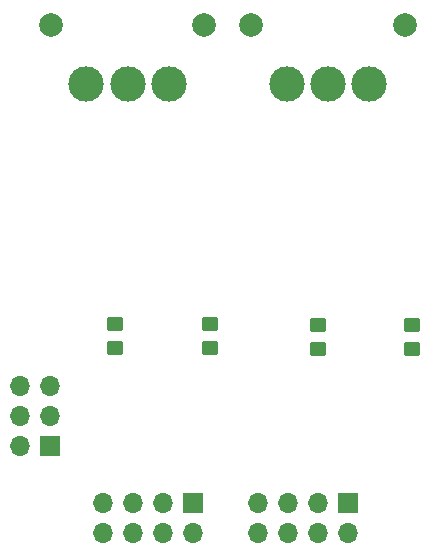
<source format=gbs>
G04 #@! TF.GenerationSoftware,KiCad,Pcbnew,7.0.1*
G04 #@! TF.CreationDate,2023-08-31T02:32:27+03:00*
G04 #@! TF.ProjectId,miranda-pdb,6d697261-6e64-4612-9d70-64622e6b6963,rev?*
G04 #@! TF.SameCoordinates,Original*
G04 #@! TF.FileFunction,Soldermask,Bot*
G04 #@! TF.FilePolarity,Negative*
%FSLAX46Y46*%
G04 Gerber Fmt 4.6, Leading zero omitted, Abs format (unit mm)*
G04 Created by KiCad (PCBNEW 7.0.1) date 2023-08-31 02:32:27*
%MOMM*%
%LPD*%
G01*
G04 APERTURE LIST*
G04 Aperture macros list*
%AMRoundRect*
0 Rectangle with rounded corners*
0 $1 Rounding radius*
0 $2 $3 $4 $5 $6 $7 $8 $9 X,Y pos of 4 corners*
0 Add a 4 corners polygon primitive as box body*
4,1,4,$2,$3,$4,$5,$6,$7,$8,$9,$2,$3,0*
0 Add four circle primitives for the rounded corners*
1,1,$1+$1,$2,$3*
1,1,$1+$1,$4,$5*
1,1,$1+$1,$6,$7*
1,1,$1+$1,$8,$9*
0 Add four rect primitives between the rounded corners*
20,1,$1+$1,$2,$3,$4,$5,0*
20,1,$1+$1,$4,$5,$6,$7,0*
20,1,$1+$1,$6,$7,$8,$9,0*
20,1,$1+$1,$8,$9,$2,$3,0*%
G04 Aperture macros list end*
%ADD10R,1.700000X1.700000*%
%ADD11O,1.700000X1.700000*%
%ADD12C,2.000000*%
%ADD13C,3.000000*%
%ADD14RoundRect,0.250000X0.450000X-0.350000X0.450000X0.350000X-0.450000X0.350000X-0.450000X-0.350000X0*%
%ADD15RoundRect,0.250000X-0.450000X0.350000X-0.450000X-0.350000X0.450000X-0.350000X0.450000X0.350000X0*%
G04 APERTURE END LIST*
D10*
X83780400Y-124699000D03*
D11*
X81240400Y-124699000D03*
X83780400Y-122159000D03*
X81240400Y-122159000D03*
X83780400Y-119619000D03*
X81240400Y-119619000D03*
D10*
X109006800Y-129528800D03*
D11*
X109006800Y-132068800D03*
X106466800Y-129528800D03*
X106466800Y-132068800D03*
X103926800Y-129528800D03*
X103926800Y-132068800D03*
X101386800Y-129528800D03*
X101386800Y-132068800D03*
D10*
X95900400Y-129528800D03*
D11*
X95900400Y-132068800D03*
X93360400Y-129528800D03*
X93360400Y-132068800D03*
X90820400Y-129528800D03*
X90820400Y-132068800D03*
X88280400Y-129528800D03*
X88280400Y-132068800D03*
D12*
X100789600Y-89086000D03*
X113789600Y-89086000D03*
D13*
X103789600Y-94086000D03*
X107289600Y-94086000D03*
X110789600Y-94086000D03*
D12*
X83827600Y-89081600D03*
X96827600Y-89081600D03*
D13*
X86827600Y-94081600D03*
X90327600Y-94081600D03*
X93827600Y-94081600D03*
D14*
X89280999Y-116406801D03*
X89280999Y-114406801D03*
D15*
X106451399Y-114483001D03*
X106451399Y-116483001D03*
X97307400Y-116397400D03*
X97307400Y-114397400D03*
X114427000Y-114483001D03*
X114427000Y-116483001D03*
M02*

</source>
